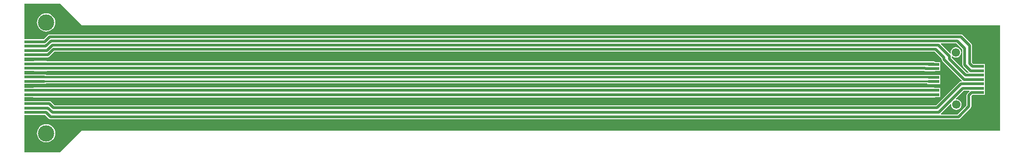
<source format=gtl>
%FSLAX25Y25*%
%MOIN*%
G70*
G01*
G75*
G04 Layer_Physical_Order=1*
G04 Layer_Color=255*
%ADD10R,0.07874X0.01969*%
%ADD11R,0.15000X0.02200*%
%ADD12C,0.02000*%
%ADD13C,0.01200*%
%ADD14C,0.01500*%
%ADD15C,0.02109*%
%ADD16C,0.11811*%
%ADD17C,0.06102*%
%ADD18C,0.02800*%
G36*
X42442Y93623D02*
X42839Y93358D01*
X43307Y93265D01*
X707438D01*
Y16972D01*
X43233D01*
X43144Y16989D01*
X42676Y16896D01*
X42279Y16631D01*
X26871Y1223D01*
X1223D01*
Y28300D01*
X16230D01*
X18856Y25674D01*
X19418Y25299D01*
X20082Y25167D01*
X677400D01*
X678063Y25299D01*
X678626Y25674D01*
X686226Y33274D01*
X686601Y33837D01*
X686733Y34500D01*
Y41782D01*
X687706Y42755D01*
X691803D01*
X691803Y42755D01*
X692050Y42804D01*
X696440D01*
Y45954D01*
Y49103D01*
X696440D01*
Y52253D01*
Y55402D01*
Y58552D01*
Y61702D01*
Y65070D01*
X692050D01*
X691803Y65119D01*
X688332D01*
X687233Y66218D01*
Y78500D01*
X687233Y78500D01*
X687101Y79163D01*
X686977Y79350D01*
X686726Y79726D01*
X686726Y79726D01*
X680426Y86026D01*
X679863Y86401D01*
X679200Y86533D01*
X19482D01*
X18818Y86401D01*
X18256Y86026D01*
X15330Y83100D01*
X1223D01*
Y109013D01*
X27052D01*
X42442Y93623D01*
D02*
G37*
G36*
X685453Y45404D02*
X683774Y43726D01*
X683399Y43163D01*
X683267Y42500D01*
Y35218D01*
X676682Y28633D01*
X664792D01*
X664585Y29133D01*
X671630Y36178D01*
X672103Y35945D01*
X672075Y35728D01*
X672204Y34749D01*
X672582Y33837D01*
X673183Y33053D01*
X673967Y32452D01*
X674879Y32074D01*
X675858Y31945D01*
X676837Y32074D01*
X677750Y32452D01*
X678534Y33053D01*
X679135Y33837D01*
X679513Y34749D01*
X679642Y35728D01*
X679513Y36708D01*
X679135Y37620D01*
X678534Y38404D01*
X677750Y39005D01*
X676837Y39383D01*
X675858Y39512D01*
X675642Y39483D01*
X675408Y39957D01*
X681356Y45904D01*
X685246D01*
X685453Y45404D01*
D02*
G37*
G36*
X665267Y69082D02*
Y68500D01*
X665399Y67837D01*
X665774Y67274D01*
X680028Y53021D01*
X679821Y52521D01*
X679287D01*
X678624Y52389D01*
X678062Y52013D01*
X661182Y35133D01*
X23018D01*
X20426Y37726D01*
X19863Y38101D01*
X19200Y38233D01*
X16900D01*
Y38300D01*
X1223D01*
Y41100D01*
X7696D01*
X7898Y40965D01*
X8700Y40805D01*
X17255D01*
X17424Y40839D01*
X654426D01*
X654528Y40819D01*
X659520D01*
X660321Y40978D01*
X660697Y41229D01*
X664157D01*
Y44379D01*
Y47747D01*
X660697D01*
X660321Y47998D01*
X659520Y48158D01*
X654528D01*
X654426Y48137D01*
X17543D01*
X17255Y48195D01*
X8700D01*
X7898Y48035D01*
X7696Y47900D01*
X1223D01*
Y50700D01*
X16900D01*
Y51037D01*
X654883D01*
Y50678D01*
X664157D01*
Y53828D01*
Y57196D01*
X654883D01*
Y57178D01*
X16900D01*
Y57500D01*
X1223D01*
Y60300D01*
X7696D01*
X7898Y60165D01*
X8700Y60005D01*
X17255D01*
X17483Y60051D01*
X652607D01*
X652642Y60027D01*
X653444Y59868D01*
X653767D01*
X654528Y59716D01*
X659520D01*
X660321Y59876D01*
X660697Y60127D01*
X664157D01*
Y63276D01*
Y66645D01*
X660752D01*
X660211Y67007D01*
X659409Y67166D01*
X655386D01*
X655350Y67190D01*
X654549Y67349D01*
X17483D01*
X17255Y67395D01*
X8700D01*
X7898Y67235D01*
X7696Y67100D01*
X1223D01*
Y69900D01*
X16900D01*
Y69967D01*
X18200D01*
X18863Y70099D01*
X19426Y70474D01*
X23018Y74067D01*
X660282D01*
X665267Y69082D01*
D02*
G37*
G36*
X680267Y75782D02*
Y64500D01*
X680399Y63837D01*
X680774Y63274D01*
X684729Y59320D01*
X684522Y58820D01*
X683413D01*
X672644Y69589D01*
Y70611D01*
X672652Y70620D01*
X673143Y70826D01*
X673770Y70345D01*
X674682Y69967D01*
X675661Y69839D01*
X676641Y69967D01*
X677553Y70345D01*
X678337Y70947D01*
X678938Y71730D01*
X679316Y72643D01*
X679445Y73622D01*
X679316Y74601D01*
X678938Y75514D01*
X678337Y76297D01*
X677553Y76899D01*
X676641Y77277D01*
X675661Y77406D01*
X674682Y77277D01*
X673770Y76899D01*
X672986Y76297D01*
X672385Y75514D01*
X672007Y74601D01*
X671878Y73622D01*
X671960Y72998D01*
X671486Y72765D01*
X664585Y79667D01*
X664792Y80167D01*
X675882D01*
X680267Y75782D01*
D02*
G37*
%LPC*%
G36*
X17000Y21637D02*
X15705Y21510D01*
X14460Y21132D01*
X13312Y20519D01*
X12307Y19693D01*
X11481Y18688D01*
X10868Y17540D01*
X10490Y16295D01*
X10362Y15000D01*
X10490Y13705D01*
X10868Y12460D01*
X11481Y11312D01*
X12307Y10307D01*
X13312Y9481D01*
X14460Y8868D01*
X15705Y8490D01*
X17000Y8363D01*
X18295Y8490D01*
X19540Y8868D01*
X20688Y9481D01*
X21693Y10307D01*
X22519Y11312D01*
X23132Y12460D01*
X23510Y13705D01*
X23638Y15000D01*
X23510Y16295D01*
X23132Y17540D01*
X22519Y18688D01*
X21693Y19693D01*
X20688Y20519D01*
X19540Y21132D01*
X18295Y21510D01*
X17000Y21637D01*
D02*
G37*
G36*
Y101874D02*
X15705Y101746D01*
X14460Y101368D01*
X13312Y100755D01*
X12307Y99930D01*
X11481Y98924D01*
X10868Y97776D01*
X10490Y96531D01*
X10362Y95236D01*
X10490Y93941D01*
X10868Y92696D01*
X11481Y91549D01*
X12307Y90543D01*
X13312Y89717D01*
X14460Y89104D01*
X15705Y88726D01*
X17000Y88599D01*
X18295Y88726D01*
X19540Y89104D01*
X20688Y89717D01*
X21693Y90543D01*
X22519Y91549D01*
X23132Y92696D01*
X23510Y93941D01*
X23638Y95236D01*
X23510Y96531D01*
X23132Y97776D01*
X22519Y98924D01*
X21693Y99930D01*
X20688Y100755D01*
X19540Y101368D01*
X18295Y101746D01*
X17000Y101874D01*
D02*
G37*
%LPD*%
D10*
X659520Y42913D02*
D03*
Y46063D02*
D03*
X691803Y41339D02*
D03*
X691803Y44488D02*
D03*
Y47638D02*
D03*
X691803Y50787D02*
D03*
Y53937D02*
D03*
Y57087D02*
D03*
Y60236D02*
D03*
Y63386D02*
D03*
Y66535D02*
D03*
Y69685D02*
D03*
X659520Y68110D02*
D03*
Y64961D02*
D03*
Y61811D02*
D03*
Y58661D02*
D03*
Y55512D02*
D03*
Y52362D02*
D03*
Y49213D02*
D03*
Y39764D02*
D03*
D11*
X8700Y62100D02*
D03*
Y65300D02*
D03*
Y78100D02*
D03*
Y81300D02*
D03*
Y74900D02*
D03*
Y71700D02*
D03*
Y30100D02*
D03*
Y36500D02*
D03*
Y39700D02*
D03*
Y49300D02*
D03*
Y52500D02*
D03*
Y58900D02*
D03*
Y68500D02*
D03*
Y42900D02*
D03*
Y46100D02*
D03*
Y55700D02*
D03*
Y33300D02*
D03*
D12*
X22300Y75800D02*
X661000D01*
X18200Y71700D02*
X22300Y75800D01*
X8700Y71700D02*
X18200D01*
X21400Y78800D02*
X663000D01*
X17500Y74900D02*
X21400Y78800D01*
X8700Y74900D02*
X17500D01*
X19482Y84800D02*
X679200D01*
X15982Y81300D02*
X19482Y84800D01*
X8700Y81300D02*
X15982D01*
X20400Y81900D02*
X676600D01*
X16600Y78100D02*
X20400Y81900D01*
X8700Y78100D02*
X16600D01*
X21400Y30200D02*
X663200D01*
X661900Y33400D02*
X679287Y50787D01*
X22300Y33400D02*
X661900D01*
X679287Y50787D02*
X691803D01*
X670910Y68871D02*
Y70890D01*
X663000Y78800D02*
X670910Y70890D01*
X667000Y68500D02*
Y69800D01*
X661000Y75800D02*
X667000Y69800D01*
X677400Y26900D02*
X685000Y34500D01*
X20082Y26900D02*
X677400D01*
X16882Y30100D02*
X20082Y26900D01*
X18300Y33300D02*
X21400Y30200D01*
X8700Y33300D02*
X18300D01*
X19200Y36500D02*
X22300Y33400D01*
X8700Y36500D02*
X19200D01*
X676600Y81900D02*
X682000Y76500D01*
X679200Y84800D02*
X685500Y78500D01*
Y65500D02*
Y78500D01*
Y65500D02*
X687614Y63386D01*
X691803D01*
X682000Y64500D02*
Y76500D01*
Y64500D02*
X686264Y60236D01*
X691803D01*
X682694Y57087D02*
X691803D01*
X670910Y68871D02*
X682694Y57087D01*
X667000Y68500D02*
X681563Y53937D01*
X691803D01*
X680638Y47638D02*
X691803D01*
X663200Y30200D02*
X680638Y47638D01*
X8700Y30100D02*
X16882D01*
X685000Y34500D02*
Y42500D01*
X686988Y44488D01*
X691803D01*
X691791Y44500D02*
X691803Y44488D01*
D13*
X8838Y52362D02*
X659520D01*
X8700Y52500D02*
X8838Y52362D01*
D14*
X8700Y55700D02*
X659332D01*
X659520Y55512D01*
D15*
X8700Y42900D02*
X17255D01*
X17288Y42934D01*
X8700Y46100D02*
X17255D01*
X17312Y46043D01*
X654508D01*
X17288Y42934D02*
X654508D01*
X654528Y42913D01*
X659520D01*
X654508Y46043D02*
X654528Y46063D01*
X659520D01*
X654732Y65071D02*
X659409D01*
X659520Y64961D01*
X654377Y61962D02*
X654528Y61811D01*
X653444Y61962D02*
X654377D01*
X653261Y62146D02*
X653444Y61962D01*
X17300Y62146D02*
X653261D01*
X654549Y65254D02*
X654732Y65071D01*
X17300Y65254D02*
X654549D01*
X654528Y61811D02*
X659520D01*
X17255Y62100D02*
X17300Y62146D01*
X8700Y62100D02*
X17255D01*
Y65300D02*
X17300Y65254D01*
X8700Y65300D02*
X17255D01*
D16*
X17000Y95236D02*
D03*
Y15000D02*
D03*
D17*
X675858Y35728D02*
D03*
X675661Y73622D02*
D03*
D18*
X703661Y86622D02*
D03*
X701161Y81622D02*
D03*
X703661Y76622D02*
D03*
X701161Y71622D02*
D03*
X703661Y66622D02*
D03*
X701161Y61622D02*
D03*
X703661Y56622D02*
D03*
X701161Y51622D02*
D03*
X703661Y46622D02*
D03*
X701161Y41622D02*
D03*
X703661Y36622D02*
D03*
X701161Y31622D02*
D03*
X703661Y26622D02*
D03*
X701161Y21622D02*
D03*
X698661Y86622D02*
D03*
X696161Y81622D02*
D03*
X698661Y76622D02*
D03*
Y66622D02*
D03*
Y56622D02*
D03*
Y46622D02*
D03*
Y36622D02*
D03*
X696161Y31622D02*
D03*
X698661Y26622D02*
D03*
X696161Y21622D02*
D03*
X693661Y86622D02*
D03*
X691161Y81622D02*
D03*
X693661Y76622D02*
D03*
Y36622D02*
D03*
X691161Y31622D02*
D03*
X693661Y26622D02*
D03*
X691161Y21622D02*
D03*
X688661Y86622D02*
D03*
Y76622D02*
D03*
Y36622D02*
D03*
Y26622D02*
D03*
X686161Y21622D02*
D03*
X683661Y86622D02*
D03*
X681161Y41622D02*
D03*
X683661Y26622D02*
D03*
X681161Y21622D02*
D03*
X19825Y68777D02*
D03*
X23325D02*
D03*
X26825D02*
D03*
X30325D02*
D03*
X33825D02*
D03*
X37325D02*
D03*
X40825D02*
D03*
X44325D02*
D03*
X47825D02*
D03*
X51325D02*
D03*
X54825D02*
D03*
X58325D02*
D03*
X61825D02*
D03*
X65325D02*
D03*
X68825D02*
D03*
X72325D02*
D03*
X75825D02*
D03*
X79325D02*
D03*
X82825D02*
D03*
X86325D02*
D03*
X89825D02*
D03*
X93325D02*
D03*
X96825D02*
D03*
X100325D02*
D03*
X103825D02*
D03*
X107325D02*
D03*
X110825D02*
D03*
X114325D02*
D03*
X117825D02*
D03*
X121325D02*
D03*
X124825D02*
D03*
X128325D02*
D03*
X131825D02*
D03*
X135325D02*
D03*
X138825D02*
D03*
X142325D02*
D03*
X145825D02*
D03*
X149325D02*
D03*
X152825D02*
D03*
X156325D02*
D03*
X159825D02*
D03*
X163325D02*
D03*
X166825D02*
D03*
X170325D02*
D03*
X173825D02*
D03*
X177325D02*
D03*
X180825D02*
D03*
X184325D02*
D03*
X187825D02*
D03*
X191325D02*
D03*
X194825D02*
D03*
X198325D02*
D03*
X201825D02*
D03*
X205325D02*
D03*
X208825D02*
D03*
X212325D02*
D03*
X215825D02*
D03*
X219325D02*
D03*
X222825D02*
D03*
X226325D02*
D03*
X229825D02*
D03*
X233325D02*
D03*
X236825D02*
D03*
X240325D02*
D03*
X243825D02*
D03*
X247325D02*
D03*
X250825D02*
D03*
X254325D02*
D03*
X257825D02*
D03*
X261325D02*
D03*
X264825D02*
D03*
X268325D02*
D03*
X271825D02*
D03*
X275325D02*
D03*
X278825D02*
D03*
X282325D02*
D03*
X285825D02*
D03*
X289325D02*
D03*
X292825D02*
D03*
X296325D02*
D03*
X299825D02*
D03*
X303325D02*
D03*
X306825D02*
D03*
X310325D02*
D03*
X313825D02*
D03*
X317325D02*
D03*
X320825D02*
D03*
X324325D02*
D03*
X327825D02*
D03*
X331325D02*
D03*
X334825D02*
D03*
X338325D02*
D03*
X341825D02*
D03*
X345325D02*
D03*
X348825D02*
D03*
X352325D02*
D03*
X355825D02*
D03*
X359325D02*
D03*
X362825D02*
D03*
X366325D02*
D03*
X369825D02*
D03*
X373325D02*
D03*
X376825D02*
D03*
X380325D02*
D03*
X383825D02*
D03*
X387325D02*
D03*
X390825D02*
D03*
X394325D02*
D03*
X397825D02*
D03*
X401325D02*
D03*
X404825D02*
D03*
X408325D02*
D03*
X411825D02*
D03*
X415325D02*
D03*
X418825D02*
D03*
X422325D02*
D03*
X425825D02*
D03*
X429325D02*
D03*
X432825D02*
D03*
X436325D02*
D03*
X439825D02*
D03*
X443325D02*
D03*
X446825D02*
D03*
X450325D02*
D03*
X453825D02*
D03*
X457325D02*
D03*
X460825D02*
D03*
X464325D02*
D03*
X467825D02*
D03*
X471325D02*
D03*
X474825D02*
D03*
X478325D02*
D03*
X481825D02*
D03*
X485325D02*
D03*
X488825D02*
D03*
X492325D02*
D03*
X495825D02*
D03*
X499325D02*
D03*
X502825D02*
D03*
X506325D02*
D03*
X509825D02*
D03*
X513325D02*
D03*
X516825D02*
D03*
X520325D02*
D03*
X523825D02*
D03*
X527325D02*
D03*
X530825D02*
D03*
X534325D02*
D03*
X537825D02*
D03*
X541325D02*
D03*
X544825D02*
D03*
X548325D02*
D03*
X551825D02*
D03*
X555325D02*
D03*
X558825D02*
D03*
X562325D02*
D03*
X565825D02*
D03*
X569325D02*
D03*
X572825D02*
D03*
X576325D02*
D03*
X579825D02*
D03*
X583325D02*
D03*
X586825D02*
D03*
X590325D02*
D03*
X593825D02*
D03*
X597325D02*
D03*
X600825D02*
D03*
X604325D02*
D03*
X607825D02*
D03*
X611325D02*
D03*
X614825D02*
D03*
X618325D02*
D03*
X621825D02*
D03*
X625325D02*
D03*
X628825D02*
D03*
X632325D02*
D03*
X635825D02*
D03*
X639325D02*
D03*
X642825D02*
D03*
X646325D02*
D03*
X649825D02*
D03*
X653325D02*
D03*
X665904Y62013D02*
D03*
X650689Y58623D02*
D03*
X647189D02*
D03*
X643689D02*
D03*
X640189D02*
D03*
X636689D02*
D03*
X633189D02*
D03*
X629689D02*
D03*
X626189D02*
D03*
X622689D02*
D03*
X619189D02*
D03*
X615689D02*
D03*
X612189D02*
D03*
X608689D02*
D03*
X605189D02*
D03*
X601689D02*
D03*
X598189D02*
D03*
X594689D02*
D03*
X591189D02*
D03*
X587689D02*
D03*
X584189D02*
D03*
X580689D02*
D03*
X577189D02*
D03*
X573689D02*
D03*
X570189D02*
D03*
X566689D02*
D03*
X563189D02*
D03*
X559689D02*
D03*
X556189D02*
D03*
X552689D02*
D03*
X549189D02*
D03*
X545689D02*
D03*
X542189D02*
D03*
X538689D02*
D03*
X535189D02*
D03*
X531689D02*
D03*
X528189D02*
D03*
X524689D02*
D03*
X521189D02*
D03*
X517689D02*
D03*
X514189D02*
D03*
X510689D02*
D03*
X507189D02*
D03*
X503689D02*
D03*
X500189D02*
D03*
X496689D02*
D03*
X493189D02*
D03*
X489689D02*
D03*
X486189D02*
D03*
X482689D02*
D03*
X479189D02*
D03*
X475689D02*
D03*
X472189D02*
D03*
X468689D02*
D03*
X465189D02*
D03*
X461689D02*
D03*
X458189D02*
D03*
X454689D02*
D03*
X451189D02*
D03*
X447689D02*
D03*
X444189D02*
D03*
X440689D02*
D03*
X437189D02*
D03*
X433689D02*
D03*
X430189D02*
D03*
X426689D02*
D03*
X423189D02*
D03*
X419689D02*
D03*
X416189D02*
D03*
X412689D02*
D03*
X409189D02*
D03*
X405689D02*
D03*
X402189D02*
D03*
X398689D02*
D03*
X395189D02*
D03*
X391689D02*
D03*
X388189D02*
D03*
X384689D02*
D03*
X381189D02*
D03*
X377689D02*
D03*
X374189D02*
D03*
X370689D02*
D03*
X367189D02*
D03*
X363689D02*
D03*
X360189D02*
D03*
X356689D02*
D03*
X353189D02*
D03*
X349689D02*
D03*
X346189D02*
D03*
X342689D02*
D03*
X339189D02*
D03*
X335689D02*
D03*
X332189D02*
D03*
X328689D02*
D03*
X325189D02*
D03*
X321689D02*
D03*
X318189D02*
D03*
X314689D02*
D03*
X311189D02*
D03*
X307689D02*
D03*
X304189D02*
D03*
X300689D02*
D03*
X297189D02*
D03*
X293689D02*
D03*
X290189D02*
D03*
X286689D02*
D03*
X283189D02*
D03*
X279689D02*
D03*
X276189D02*
D03*
X272689D02*
D03*
X269189D02*
D03*
X265689D02*
D03*
X262189D02*
D03*
X258689D02*
D03*
X255189D02*
D03*
X251689D02*
D03*
X248189D02*
D03*
X244689D02*
D03*
X241189D02*
D03*
X237689D02*
D03*
X234189D02*
D03*
X230689D02*
D03*
X227189D02*
D03*
X223689D02*
D03*
X220189D02*
D03*
X216689D02*
D03*
X213189D02*
D03*
X209689D02*
D03*
X206189D02*
D03*
X202689D02*
D03*
X199189D02*
D03*
X195689D02*
D03*
X192189D02*
D03*
X188689D02*
D03*
X185189D02*
D03*
X181689D02*
D03*
X178189D02*
D03*
X174689D02*
D03*
X171189D02*
D03*
X167689D02*
D03*
X164189D02*
D03*
X160689D02*
D03*
X157189D02*
D03*
X153689D02*
D03*
X150189D02*
D03*
X146689D02*
D03*
X143189D02*
D03*
X139689D02*
D03*
X136189D02*
D03*
X132689D02*
D03*
X129189D02*
D03*
X125689D02*
D03*
X122189D02*
D03*
X118689D02*
D03*
X115189D02*
D03*
X111689D02*
D03*
X108189D02*
D03*
X104689D02*
D03*
X101189D02*
D03*
X97689D02*
D03*
X94189D02*
D03*
X90689D02*
D03*
X87189D02*
D03*
X83689D02*
D03*
X80189D02*
D03*
X76689D02*
D03*
X73189D02*
D03*
X69689D02*
D03*
X66189D02*
D03*
X62689D02*
D03*
X59189D02*
D03*
X55689D02*
D03*
X52189D02*
D03*
X48689D02*
D03*
X45189D02*
D03*
X41689D02*
D03*
X38189D02*
D03*
X34689D02*
D03*
X31189D02*
D03*
X27689D02*
D03*
X24189D02*
D03*
X20689D02*
D03*
X19824Y49565D02*
D03*
X23324D02*
D03*
X26824D02*
D03*
X30324D02*
D03*
X33824D02*
D03*
X37324D02*
D03*
X40824D02*
D03*
X44324D02*
D03*
X47824D02*
D03*
X51324D02*
D03*
X54824D02*
D03*
X58324D02*
D03*
X61824D02*
D03*
X65324D02*
D03*
X68824D02*
D03*
X72324D02*
D03*
X75824D02*
D03*
X79324D02*
D03*
X82824D02*
D03*
X86324D02*
D03*
X89824D02*
D03*
X93324D02*
D03*
X96824D02*
D03*
X100324D02*
D03*
X103824D02*
D03*
X107324D02*
D03*
X110824D02*
D03*
X114324D02*
D03*
X117824D02*
D03*
X121324D02*
D03*
X124824D02*
D03*
X128324D02*
D03*
X131824D02*
D03*
X135324D02*
D03*
X138824D02*
D03*
X142324D02*
D03*
X145824D02*
D03*
X149324D02*
D03*
X152824D02*
D03*
X156324D02*
D03*
X159824D02*
D03*
X163324D02*
D03*
X166824D02*
D03*
X170324D02*
D03*
X173824D02*
D03*
X177324D02*
D03*
X180824D02*
D03*
X184324D02*
D03*
X187824D02*
D03*
X191324D02*
D03*
X194824D02*
D03*
X198324D02*
D03*
X201824D02*
D03*
X205324D02*
D03*
X208824D02*
D03*
X212324D02*
D03*
X215824D02*
D03*
X219324D02*
D03*
X222824D02*
D03*
X226324D02*
D03*
X229824D02*
D03*
X233324D02*
D03*
X236824D02*
D03*
X240324D02*
D03*
X243824D02*
D03*
X247324D02*
D03*
X250824D02*
D03*
X254324D02*
D03*
X257824D02*
D03*
X261324D02*
D03*
X264824D02*
D03*
X268324D02*
D03*
X271824D02*
D03*
X275324D02*
D03*
X278824D02*
D03*
X282324D02*
D03*
X285824D02*
D03*
X289324D02*
D03*
X292824D02*
D03*
X296324D02*
D03*
X299824D02*
D03*
X303324D02*
D03*
X306824D02*
D03*
X310324D02*
D03*
X313824D02*
D03*
X317324D02*
D03*
X320824D02*
D03*
X324324D02*
D03*
X327824D02*
D03*
X331324D02*
D03*
X334824D02*
D03*
X338324D02*
D03*
X341824D02*
D03*
X345324D02*
D03*
X348824D02*
D03*
X352324D02*
D03*
X355824D02*
D03*
X359324D02*
D03*
X362824D02*
D03*
X366324D02*
D03*
X369824D02*
D03*
X373324D02*
D03*
X376824D02*
D03*
X380324D02*
D03*
X383824D02*
D03*
X387324D02*
D03*
X390824D02*
D03*
X394324D02*
D03*
X397824D02*
D03*
X401324D02*
D03*
X404824D02*
D03*
X408324D02*
D03*
X411824D02*
D03*
X415324D02*
D03*
X418824D02*
D03*
X422324D02*
D03*
X425824D02*
D03*
X429324D02*
D03*
X432824D02*
D03*
X436324D02*
D03*
X439824D02*
D03*
X443324D02*
D03*
X446824D02*
D03*
X450324D02*
D03*
X453824D02*
D03*
X457324D02*
D03*
X460824D02*
D03*
X464324D02*
D03*
X467824D02*
D03*
X471324D02*
D03*
X474824D02*
D03*
X478324D02*
D03*
X481824D02*
D03*
X485324D02*
D03*
X488824D02*
D03*
X492324D02*
D03*
X495824D02*
D03*
X499324D02*
D03*
X502824D02*
D03*
X506324D02*
D03*
X509824D02*
D03*
X513324D02*
D03*
X516824D02*
D03*
X520324D02*
D03*
X523824D02*
D03*
X527324D02*
D03*
X530824D02*
D03*
X534324D02*
D03*
X537824D02*
D03*
X541324D02*
D03*
X544824D02*
D03*
X548324D02*
D03*
X551824D02*
D03*
X555324D02*
D03*
X558824D02*
D03*
X562324D02*
D03*
X565824D02*
D03*
X569324D02*
D03*
X572824D02*
D03*
X576324D02*
D03*
X579824D02*
D03*
X583324D02*
D03*
X586824D02*
D03*
X590324D02*
D03*
X593824D02*
D03*
X597324D02*
D03*
X600824D02*
D03*
X604324D02*
D03*
X607824D02*
D03*
X611324D02*
D03*
X614824D02*
D03*
X618324D02*
D03*
X621824D02*
D03*
X625324D02*
D03*
X628824D02*
D03*
X632324D02*
D03*
X635824D02*
D03*
X639324D02*
D03*
X642824D02*
D03*
X646324D02*
D03*
X649824D02*
D03*
X653324D02*
D03*
X665904Y46608D02*
D03*
Y43108D02*
D03*
X650669Y39412D02*
D03*
X647169D02*
D03*
X643669D02*
D03*
X640169D02*
D03*
X636669D02*
D03*
X633169D02*
D03*
X629669D02*
D03*
X626169D02*
D03*
X622669D02*
D03*
X619169D02*
D03*
X615669D02*
D03*
X612169D02*
D03*
X608669D02*
D03*
X605169D02*
D03*
X601669D02*
D03*
X598169D02*
D03*
X594669D02*
D03*
X591169D02*
D03*
X587669D02*
D03*
X584169D02*
D03*
X580669D02*
D03*
X577169D02*
D03*
X573669D02*
D03*
X570169D02*
D03*
X566669D02*
D03*
X563169D02*
D03*
X559669D02*
D03*
X556169D02*
D03*
X552669D02*
D03*
X549169D02*
D03*
X545669D02*
D03*
X542169D02*
D03*
X538669D02*
D03*
X535169D02*
D03*
X531669D02*
D03*
X528169D02*
D03*
X524669D02*
D03*
X521169D02*
D03*
X517669D02*
D03*
X514169D02*
D03*
X510669D02*
D03*
X507169D02*
D03*
X503669D02*
D03*
X500169D02*
D03*
X496669D02*
D03*
X493169D02*
D03*
X489669D02*
D03*
X486169D02*
D03*
X482669D02*
D03*
X479169D02*
D03*
X475669D02*
D03*
X472169D02*
D03*
X468669D02*
D03*
X465169D02*
D03*
X461669D02*
D03*
X458169D02*
D03*
X454669D02*
D03*
X451169D02*
D03*
X447669D02*
D03*
X444169D02*
D03*
X440669D02*
D03*
X437169D02*
D03*
X433669D02*
D03*
X430169D02*
D03*
X426669D02*
D03*
X423169D02*
D03*
X419669D02*
D03*
X416169D02*
D03*
X412669D02*
D03*
X409169D02*
D03*
X405669D02*
D03*
X402169D02*
D03*
X398669D02*
D03*
X395169D02*
D03*
X391669D02*
D03*
X388169D02*
D03*
X384669D02*
D03*
X381169D02*
D03*
X377669D02*
D03*
X374169D02*
D03*
X370669D02*
D03*
X367169D02*
D03*
X363669D02*
D03*
X360169D02*
D03*
X356669D02*
D03*
X353169D02*
D03*
X349669D02*
D03*
X346169D02*
D03*
X342669D02*
D03*
X339169D02*
D03*
X335669D02*
D03*
X332169D02*
D03*
X328669D02*
D03*
X325169D02*
D03*
X321669D02*
D03*
X318169D02*
D03*
X314669D02*
D03*
X311169D02*
D03*
X307669D02*
D03*
X304169D02*
D03*
X300669D02*
D03*
X297169D02*
D03*
X293669D02*
D03*
X290169D02*
D03*
X286669D02*
D03*
X283169D02*
D03*
X279669D02*
D03*
X276169D02*
D03*
X272669D02*
D03*
X269169D02*
D03*
X265669D02*
D03*
X262169D02*
D03*
X258669D02*
D03*
X255169D02*
D03*
X251669D02*
D03*
X248169D02*
D03*
X244669D02*
D03*
X241169D02*
D03*
X237669D02*
D03*
X234169D02*
D03*
X230669D02*
D03*
X227169D02*
D03*
X223669D02*
D03*
X220169D02*
D03*
X216669D02*
D03*
X213169D02*
D03*
X209669D02*
D03*
X206169D02*
D03*
X202669D02*
D03*
X199169D02*
D03*
X195669D02*
D03*
X192169D02*
D03*
X188669D02*
D03*
X185169D02*
D03*
X181669D02*
D03*
X178169D02*
D03*
X174669D02*
D03*
X171169D02*
D03*
X167669D02*
D03*
X164169D02*
D03*
X160669D02*
D03*
X157169D02*
D03*
X153669D02*
D03*
X150169D02*
D03*
X146669D02*
D03*
X143169D02*
D03*
X139669D02*
D03*
X136169D02*
D03*
X132669D02*
D03*
X129169D02*
D03*
X125669D02*
D03*
X122169D02*
D03*
X118669D02*
D03*
X115169D02*
D03*
X111669D02*
D03*
X108169D02*
D03*
X104669D02*
D03*
X101169D02*
D03*
X97669D02*
D03*
X94169D02*
D03*
X90669D02*
D03*
X87169D02*
D03*
X83669D02*
D03*
X80169D02*
D03*
X76669D02*
D03*
X73169D02*
D03*
X69669D02*
D03*
X66169D02*
D03*
X62669D02*
D03*
X59169D02*
D03*
X55669D02*
D03*
X52169D02*
D03*
X48669D02*
D03*
X45169D02*
D03*
X41669D02*
D03*
X38169D02*
D03*
X34669D02*
D03*
X31169D02*
D03*
X27669D02*
D03*
X24169D02*
D03*
X20669D02*
D03*
M02*

</source>
